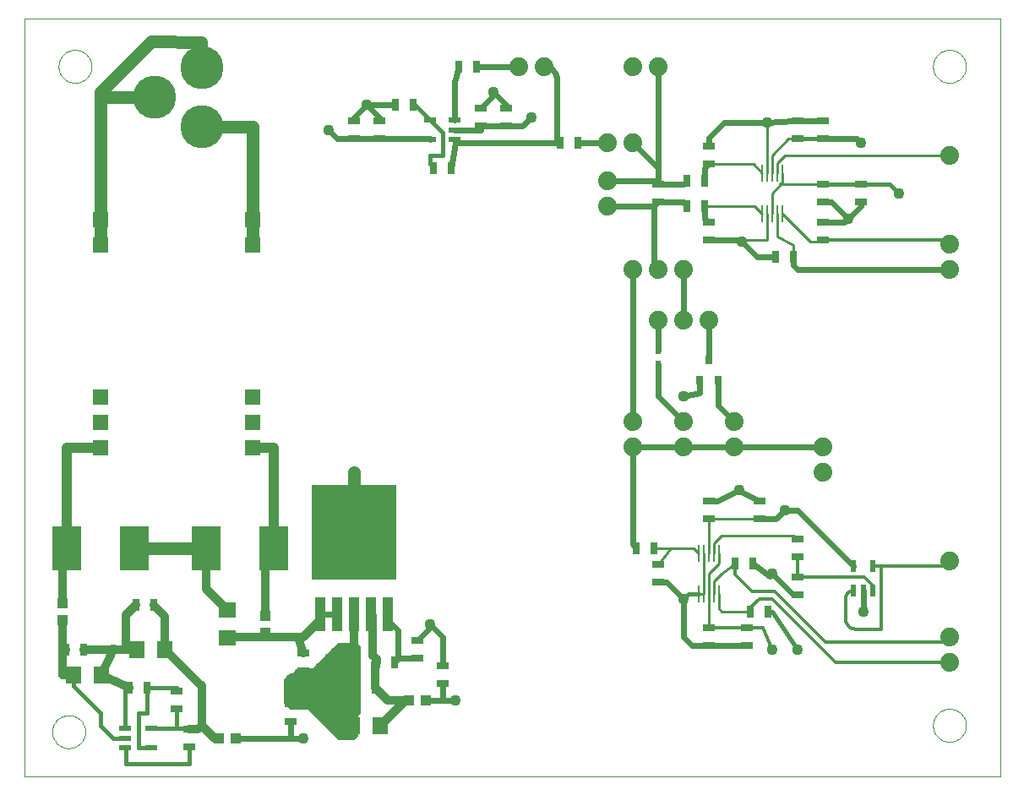
<source format=gtl>
G75*
%MOIN*%
%OFA0B0*%
%FSLAX24Y24*%
%IPPOS*%
%LPD*%
%AMOC8*
5,1,8,0,0,1.08239X$1,22.5*
%
%ADD10C,0.0000*%
%ADD11R,0.0500X0.0220*%
%ADD12R,0.0472X0.0315*%
%ADD13R,0.0315X0.0472*%
%ADD14R,0.0098X0.0700*%
%ADD15R,0.0220X0.0500*%
%ADD16R,0.0594X0.0594*%
%ADD17C,0.1700*%
%ADD18R,0.0472X0.0236*%
%ADD19R,0.3346X0.3780*%
%ADD20R,0.0394X0.1339*%
%ADD21R,0.0433X0.0394*%
%ADD22R,0.0709X0.0630*%
%ADD23R,0.0630X0.0709*%
%ADD24R,0.1161X0.1732*%
%ADD25R,0.0394X0.0433*%
%ADD26C,0.0740*%
%ADD27R,0.0197X0.0276*%
%ADD28R,0.0315X0.0354*%
%ADD29C,0.0500*%
%ADD30C,0.0240*%
%ADD31C,0.0320*%
%ADD32C,0.0436*%
%ADD33C,0.0100*%
%ADD34C,0.0160*%
%ADD35C,0.0120*%
%ADD36C,0.0400*%
D10*
X000100Y000100D02*
X000100Y029970D01*
X038592Y029970D01*
X038592Y000100D01*
X000100Y000100D01*
X001200Y001850D02*
X001202Y001900D01*
X001208Y001950D01*
X001218Y002000D01*
X001231Y002048D01*
X001248Y002096D01*
X001269Y002142D01*
X001293Y002186D01*
X001321Y002228D01*
X001352Y002268D01*
X001386Y002305D01*
X001423Y002340D01*
X001462Y002371D01*
X001503Y002400D01*
X001547Y002425D01*
X001593Y002447D01*
X001640Y002465D01*
X001688Y002479D01*
X001737Y002490D01*
X001787Y002497D01*
X001837Y002500D01*
X001888Y002499D01*
X001938Y002494D01*
X001988Y002485D01*
X002036Y002473D01*
X002084Y002456D01*
X002130Y002436D01*
X002175Y002413D01*
X002218Y002386D01*
X002258Y002356D01*
X002296Y002323D01*
X002331Y002287D01*
X002364Y002248D01*
X002393Y002207D01*
X002419Y002164D01*
X002442Y002119D01*
X002461Y002072D01*
X002476Y002024D01*
X002488Y001975D01*
X002496Y001925D01*
X002500Y001875D01*
X002500Y001825D01*
X002496Y001775D01*
X002488Y001725D01*
X002476Y001676D01*
X002461Y001628D01*
X002442Y001581D01*
X002419Y001536D01*
X002393Y001493D01*
X002364Y001452D01*
X002331Y001413D01*
X002296Y001377D01*
X002258Y001344D01*
X002218Y001314D01*
X002175Y001287D01*
X002130Y001264D01*
X002084Y001244D01*
X002036Y001227D01*
X001988Y001215D01*
X001938Y001206D01*
X001888Y001201D01*
X001837Y001200D01*
X001787Y001203D01*
X001737Y001210D01*
X001688Y001221D01*
X001640Y001235D01*
X001593Y001253D01*
X001547Y001275D01*
X001503Y001300D01*
X001462Y001329D01*
X001423Y001360D01*
X001386Y001395D01*
X001352Y001432D01*
X001321Y001472D01*
X001293Y001514D01*
X001269Y001558D01*
X001248Y001604D01*
X001231Y001652D01*
X001218Y001700D01*
X001208Y001750D01*
X001202Y001800D01*
X001200Y001850D01*
X001450Y028100D02*
X001452Y028150D01*
X001458Y028200D01*
X001468Y028250D01*
X001481Y028298D01*
X001498Y028346D01*
X001519Y028392D01*
X001543Y028436D01*
X001571Y028478D01*
X001602Y028518D01*
X001636Y028555D01*
X001673Y028590D01*
X001712Y028621D01*
X001753Y028650D01*
X001797Y028675D01*
X001843Y028697D01*
X001890Y028715D01*
X001938Y028729D01*
X001987Y028740D01*
X002037Y028747D01*
X002087Y028750D01*
X002138Y028749D01*
X002188Y028744D01*
X002238Y028735D01*
X002286Y028723D01*
X002334Y028706D01*
X002380Y028686D01*
X002425Y028663D01*
X002468Y028636D01*
X002508Y028606D01*
X002546Y028573D01*
X002581Y028537D01*
X002614Y028498D01*
X002643Y028457D01*
X002669Y028414D01*
X002692Y028369D01*
X002711Y028322D01*
X002726Y028274D01*
X002738Y028225D01*
X002746Y028175D01*
X002750Y028125D01*
X002750Y028075D01*
X002746Y028025D01*
X002738Y027975D01*
X002726Y027926D01*
X002711Y027878D01*
X002692Y027831D01*
X002669Y027786D01*
X002643Y027743D01*
X002614Y027702D01*
X002581Y027663D01*
X002546Y027627D01*
X002508Y027594D01*
X002468Y027564D01*
X002425Y027537D01*
X002380Y027514D01*
X002334Y027494D01*
X002286Y027477D01*
X002238Y027465D01*
X002188Y027456D01*
X002138Y027451D01*
X002087Y027450D01*
X002037Y027453D01*
X001987Y027460D01*
X001938Y027471D01*
X001890Y027485D01*
X001843Y027503D01*
X001797Y027525D01*
X001753Y027550D01*
X001712Y027579D01*
X001673Y027610D01*
X001636Y027645D01*
X001602Y027682D01*
X001571Y027722D01*
X001543Y027764D01*
X001519Y027808D01*
X001498Y027854D01*
X001481Y027902D01*
X001468Y027950D01*
X001458Y028000D01*
X001452Y028050D01*
X001450Y028100D01*
X035950Y028100D02*
X035952Y028150D01*
X035958Y028200D01*
X035968Y028250D01*
X035981Y028298D01*
X035998Y028346D01*
X036019Y028392D01*
X036043Y028436D01*
X036071Y028478D01*
X036102Y028518D01*
X036136Y028555D01*
X036173Y028590D01*
X036212Y028621D01*
X036253Y028650D01*
X036297Y028675D01*
X036343Y028697D01*
X036390Y028715D01*
X036438Y028729D01*
X036487Y028740D01*
X036537Y028747D01*
X036587Y028750D01*
X036638Y028749D01*
X036688Y028744D01*
X036738Y028735D01*
X036786Y028723D01*
X036834Y028706D01*
X036880Y028686D01*
X036925Y028663D01*
X036968Y028636D01*
X037008Y028606D01*
X037046Y028573D01*
X037081Y028537D01*
X037114Y028498D01*
X037143Y028457D01*
X037169Y028414D01*
X037192Y028369D01*
X037211Y028322D01*
X037226Y028274D01*
X037238Y028225D01*
X037246Y028175D01*
X037250Y028125D01*
X037250Y028075D01*
X037246Y028025D01*
X037238Y027975D01*
X037226Y027926D01*
X037211Y027878D01*
X037192Y027831D01*
X037169Y027786D01*
X037143Y027743D01*
X037114Y027702D01*
X037081Y027663D01*
X037046Y027627D01*
X037008Y027594D01*
X036968Y027564D01*
X036925Y027537D01*
X036880Y027514D01*
X036834Y027494D01*
X036786Y027477D01*
X036738Y027465D01*
X036688Y027456D01*
X036638Y027451D01*
X036587Y027450D01*
X036537Y027453D01*
X036487Y027460D01*
X036438Y027471D01*
X036390Y027485D01*
X036343Y027503D01*
X036297Y027525D01*
X036253Y027550D01*
X036212Y027579D01*
X036173Y027610D01*
X036136Y027645D01*
X036102Y027682D01*
X036071Y027722D01*
X036043Y027764D01*
X036019Y027808D01*
X035998Y027854D01*
X035981Y027902D01*
X035968Y027950D01*
X035958Y028000D01*
X035952Y028050D01*
X035950Y028100D01*
X035950Y002100D02*
X035952Y002150D01*
X035958Y002200D01*
X035968Y002250D01*
X035981Y002298D01*
X035998Y002346D01*
X036019Y002392D01*
X036043Y002436D01*
X036071Y002478D01*
X036102Y002518D01*
X036136Y002555D01*
X036173Y002590D01*
X036212Y002621D01*
X036253Y002650D01*
X036297Y002675D01*
X036343Y002697D01*
X036390Y002715D01*
X036438Y002729D01*
X036487Y002740D01*
X036537Y002747D01*
X036587Y002750D01*
X036638Y002749D01*
X036688Y002744D01*
X036738Y002735D01*
X036786Y002723D01*
X036834Y002706D01*
X036880Y002686D01*
X036925Y002663D01*
X036968Y002636D01*
X037008Y002606D01*
X037046Y002573D01*
X037081Y002537D01*
X037114Y002498D01*
X037143Y002457D01*
X037169Y002414D01*
X037192Y002369D01*
X037211Y002322D01*
X037226Y002274D01*
X037238Y002225D01*
X037246Y002175D01*
X037250Y002125D01*
X037250Y002075D01*
X037246Y002025D01*
X037238Y001975D01*
X037226Y001926D01*
X037211Y001878D01*
X037192Y001831D01*
X037169Y001786D01*
X037143Y001743D01*
X037114Y001702D01*
X037081Y001663D01*
X037046Y001627D01*
X037008Y001594D01*
X036968Y001564D01*
X036925Y001537D01*
X036880Y001514D01*
X036834Y001494D01*
X036786Y001477D01*
X036738Y001465D01*
X036688Y001456D01*
X036638Y001451D01*
X036587Y001450D01*
X036537Y001453D01*
X036487Y001460D01*
X036438Y001471D01*
X036390Y001485D01*
X036343Y001503D01*
X036297Y001525D01*
X036253Y001550D01*
X036212Y001579D01*
X036173Y001610D01*
X036136Y001645D01*
X036102Y001682D01*
X036071Y001722D01*
X036043Y001764D01*
X036019Y001808D01*
X035998Y001854D01*
X035981Y001902D01*
X035968Y001950D01*
X035958Y002000D01*
X035952Y002050D01*
X035950Y002100D01*
D11*
X017080Y025220D03*
X017080Y025600D03*
X017080Y025980D03*
X016120Y025980D03*
X016120Y025220D03*
D12*
X014100Y025246D03*
X014100Y025954D03*
X013100Y025954D03*
X013100Y025246D03*
X018100Y025746D03*
X018100Y026454D03*
X019100Y026454D03*
X019100Y025746D03*
X025100Y023454D03*
X025100Y022746D03*
X027100Y021954D03*
X027100Y021246D03*
X027100Y024246D03*
X027100Y024954D03*
X030600Y025246D03*
X031600Y025246D03*
X031600Y025954D03*
X030600Y025954D03*
X031600Y023454D03*
X031600Y022746D03*
X031600Y021954D03*
X031600Y021246D03*
X033100Y022746D03*
X033100Y023454D03*
X029100Y010954D03*
X029100Y010246D03*
X030600Y009454D03*
X030600Y008746D03*
X030600Y007954D03*
X030600Y007246D03*
X028600Y005954D03*
X028600Y005246D03*
X027100Y005246D03*
X027100Y005954D03*
X025100Y007746D03*
X025100Y008454D03*
X027100Y010246D03*
X027100Y010954D03*
X016600Y004454D03*
X015600Y004746D03*
X015600Y005454D03*
X016600Y003746D03*
X011100Y004246D03*
X011100Y004954D03*
X010600Y002954D03*
X010600Y002246D03*
X006600Y001954D03*
X006100Y002746D03*
X006100Y003454D03*
X006600Y001246D03*
D13*
X004954Y003600D03*
X004246Y003600D03*
X002454Y005100D03*
X001746Y005100D03*
X004496Y006850D03*
X005204Y006850D03*
X013246Y003600D03*
X013954Y003600D03*
X013996Y004600D03*
X014704Y004600D03*
X024246Y009100D03*
X024954Y009100D03*
X028146Y008500D03*
X028854Y008500D03*
X028746Y006600D03*
X029454Y006600D03*
X029746Y020600D03*
X030454Y020600D03*
X026954Y022600D03*
X026246Y022600D03*
X026246Y023600D03*
X026954Y023600D03*
X021954Y025100D03*
X021246Y025100D03*
X017954Y028100D03*
X017246Y028100D03*
X015454Y026600D03*
X014746Y026600D03*
X016246Y024100D03*
X016954Y024100D03*
D14*
X029210Y023900D03*
X029400Y023900D03*
X029600Y023900D03*
X029800Y023900D03*
X029990Y023900D03*
X029990Y022300D03*
X029800Y022300D03*
X029600Y022300D03*
X029400Y022300D03*
X029210Y022300D03*
X027490Y008900D03*
X027300Y008900D03*
X027100Y008900D03*
X026900Y008900D03*
X026710Y008900D03*
X026710Y007300D03*
X026900Y007300D03*
X027100Y007300D03*
X027300Y007300D03*
X027490Y007300D03*
D15*
X032820Y007420D03*
X033200Y007420D03*
X033580Y007420D03*
X033580Y008380D03*
X032820Y008380D03*
D16*
X009100Y013050D03*
X009100Y014050D03*
X009100Y015050D03*
X003100Y015050D03*
X003100Y014050D03*
X003100Y013050D03*
X003100Y021050D03*
X003100Y022050D03*
X009100Y022050D03*
X009100Y021050D03*
D17*
X007100Y025706D03*
X005250Y026887D03*
X007100Y028069D03*
D18*
X005114Y001974D03*
X005114Y001226D03*
X004086Y001226D03*
X004086Y001600D03*
X004086Y001974D03*
D19*
X013100Y009728D03*
D20*
X013100Y006500D03*
X012431Y006500D03*
X011761Y006500D03*
X013769Y006500D03*
X014439Y006500D03*
D21*
X015265Y003100D03*
X015935Y003100D03*
X008435Y001600D03*
X007765Y001600D03*
D22*
X008100Y005549D03*
X008100Y006651D03*
D23*
X005651Y005100D03*
X004549Y005100D03*
X003151Y004100D03*
X002049Y004100D03*
X013049Y002100D03*
X014151Y002100D03*
D24*
X009929Y009100D03*
X007271Y009100D03*
X004429Y009100D03*
X001771Y009100D03*
D25*
X001600Y006935D03*
X001600Y006265D03*
X009600Y006435D03*
X009600Y005765D03*
D26*
X024100Y013100D03*
X024100Y014100D03*
X026100Y014100D03*
X026100Y013100D03*
X028100Y013100D03*
X028100Y014100D03*
X031600Y013100D03*
X031600Y012100D03*
X036600Y008600D03*
X036600Y005600D03*
X036600Y004600D03*
X027100Y018100D03*
X026100Y018100D03*
X025100Y018100D03*
X025100Y020100D03*
X024100Y020100D03*
X026100Y020100D03*
X023100Y022600D03*
X023100Y023600D03*
X023100Y025100D03*
X024100Y025100D03*
X024100Y028100D03*
X025100Y028100D03*
X020600Y028100D03*
X019600Y028100D03*
X036600Y024600D03*
X036600Y021100D03*
X036600Y020100D03*
D27*
X025100Y016876D03*
X025100Y016364D03*
D28*
X026726Y015706D03*
X027474Y015706D03*
X027100Y016533D03*
D29*
X013100Y012100D02*
X013100Y009728D01*
X007271Y009100D02*
X005600Y009100D01*
X004600Y009100D01*
X003100Y021050D02*
X003100Y022050D01*
X003100Y027000D01*
X003213Y026887D01*
X005250Y026887D01*
X003100Y027000D02*
X003100Y027100D01*
X005100Y029100D01*
X007069Y029069D01*
X007100Y028069D01*
X007100Y025706D02*
X009100Y025706D01*
X009100Y022050D01*
X009100Y021050D01*
D30*
X012454Y025246D02*
X012100Y025600D01*
X012454Y025246D02*
X013100Y025246D01*
X014100Y025246D01*
X016094Y025246D01*
X016120Y025220D01*
X017080Y025220D02*
X017200Y025100D01*
X021100Y025100D01*
X021246Y025100D01*
X021100Y025100D02*
X021100Y027600D01*
X021098Y027644D01*
X021092Y027687D01*
X021083Y027729D01*
X021070Y027771D01*
X021053Y027811D01*
X021033Y027850D01*
X021010Y027887D01*
X020983Y027921D01*
X020954Y027954D01*
X020921Y027983D01*
X020887Y028010D01*
X020850Y028033D01*
X020811Y028053D01*
X020771Y028070D01*
X020729Y028083D01*
X020687Y028092D01*
X020644Y028098D01*
X020600Y028100D01*
X019600Y028100D02*
X017954Y028100D01*
X017246Y028100D02*
X017080Y027474D01*
X017080Y025980D01*
X017080Y025600D02*
X018100Y025600D01*
X018100Y025746D01*
X019100Y025746D01*
X019746Y025746D01*
X020100Y026100D01*
X019100Y026454D02*
X019100Y026600D01*
X018600Y027100D01*
X018600Y026954D01*
X018100Y026454D01*
X017200Y025100D02*
X017100Y025100D01*
X016954Y024100D01*
X014100Y025954D02*
X014100Y026100D01*
X013600Y026600D01*
X013100Y026100D01*
X013100Y025954D01*
X013600Y026600D02*
X014746Y026600D01*
X021954Y025100D02*
X023100Y025100D01*
X024100Y025100D02*
X025100Y024100D01*
X025100Y023454D01*
X026100Y023454D01*
X026246Y023600D01*
X026954Y023600D02*
X026954Y024100D01*
X027100Y024246D01*
X027100Y024954D02*
X027100Y025300D01*
X027700Y025900D01*
X029400Y025900D01*
X030454Y025954D01*
X030600Y025954D01*
X031600Y025954D01*
X031600Y025246D02*
X032954Y025246D01*
X033100Y025100D01*
X033100Y022746D02*
X033100Y022600D01*
X032600Y022100D01*
X032454Y021954D01*
X031600Y021954D01*
X031600Y022746D02*
X031954Y022746D01*
X032600Y022100D01*
X030454Y020600D02*
X030454Y020246D01*
X030600Y020100D01*
X036600Y020100D01*
X029746Y020600D02*
X029000Y020600D01*
X028400Y021200D01*
X028400Y021246D01*
X027100Y021246D01*
X027100Y021954D02*
X026954Y022100D01*
X026954Y022600D01*
X026246Y022600D02*
X026100Y022746D01*
X025100Y022746D01*
X024954Y022600D01*
X024954Y020246D01*
X025100Y020100D01*
X024100Y020100D02*
X024100Y014100D01*
X024100Y013100D02*
X024100Y009246D01*
X024246Y009100D01*
X025100Y007746D02*
X025454Y007746D01*
X026100Y007100D01*
X026100Y005600D01*
X026454Y005246D01*
X027100Y005246D01*
X028600Y005246D01*
X030454Y007246D02*
X029600Y008100D01*
X029500Y008000D01*
X028854Y008500D01*
X030454Y007246D02*
X030600Y007246D01*
X032820Y008380D02*
X030600Y010600D01*
X030100Y010600D01*
X029746Y010246D01*
X029100Y010246D01*
X029100Y010954D02*
X028454Y011300D01*
X028300Y011400D01*
X027454Y010954D01*
X027100Y010954D01*
X026100Y013100D02*
X028100Y013100D01*
X031600Y013100D01*
X028100Y014100D02*
X027474Y014726D01*
X027474Y015706D01*
X026726Y015706D02*
X026726Y015226D01*
X026100Y015100D01*
X025100Y015100D02*
X026100Y014100D01*
X026100Y013100D02*
X024100Y013100D01*
X025100Y015100D02*
X025100Y016364D01*
X025100Y016876D02*
X025100Y018100D01*
X026100Y018100D02*
X026100Y020100D01*
X027100Y018100D02*
X027100Y016533D01*
X024954Y022600D02*
X023100Y022600D01*
X023100Y023600D02*
X024954Y023600D01*
X025100Y023454D01*
X025100Y024100D02*
X025100Y028100D01*
X033200Y007420D02*
X033200Y006600D01*
X017100Y003100D02*
X016600Y003100D01*
X016600Y003746D01*
X016600Y003100D02*
X015935Y003100D01*
X016600Y004454D02*
X016600Y005600D01*
X016100Y006100D01*
X016100Y005954D01*
X015600Y005454D01*
X015600Y004746D02*
X014850Y004746D01*
X014850Y005850D01*
X014439Y006261D01*
X014439Y006500D01*
X014850Y004746D02*
X014704Y004600D01*
X012431Y006500D02*
X011761Y006500D01*
X010600Y002246D02*
X010600Y001600D01*
X011100Y001600D01*
X010600Y001600D02*
X008435Y001600D01*
D31*
X007765Y001600D02*
X007600Y001600D01*
X007100Y002100D01*
X006954Y001954D01*
X006600Y001954D01*
X007100Y002100D02*
X007100Y003651D01*
X005651Y005100D01*
X005651Y006403D01*
X005204Y006850D01*
X004496Y006850D02*
X004100Y006454D01*
X004100Y005100D01*
X003600Y005100D01*
X003151Y004100D01*
X004246Y003600D01*
X004100Y005100D02*
X004549Y005100D01*
X003600Y005100D02*
X002454Y005100D01*
X001746Y005100D02*
X001600Y005100D01*
X001600Y004100D01*
X002049Y004100D01*
X001600Y005100D02*
X001600Y006265D01*
X001600Y006935D02*
X001600Y009100D01*
X001771Y009100D01*
X004429Y009100D02*
X004600Y009100D01*
X004496Y008996D01*
X007271Y009100D02*
X007271Y007480D01*
X008100Y006651D01*
X008151Y005600D02*
X008100Y005549D01*
X008151Y005600D02*
X009600Y005600D01*
X011100Y005600D01*
X011761Y006261D01*
X011761Y006500D01*
X011100Y005600D02*
X010954Y005454D01*
X011100Y004954D01*
X012100Y004100D02*
X013100Y005100D01*
X013100Y006500D01*
X013769Y006500D02*
X013850Y006419D01*
X013850Y004850D01*
X013996Y004704D01*
X013996Y004600D01*
X013954Y004559D01*
X013954Y003600D01*
X014454Y003100D01*
X015265Y003100D01*
X015151Y003100D01*
X014151Y002100D01*
X012100Y004049D02*
X012100Y004100D01*
X009600Y005600D02*
X009600Y005765D01*
X009600Y006435D02*
X009600Y008771D01*
X009929Y009100D01*
D32*
X013100Y012100D03*
X016100Y006100D03*
X017100Y003100D03*
X012100Y004100D03*
X011100Y001600D03*
X003600Y005100D03*
X005600Y009100D03*
X012100Y025600D03*
X013600Y026600D03*
X018600Y027100D03*
X020100Y026100D03*
X028400Y021200D03*
X032600Y022100D03*
X034600Y023100D03*
X033100Y025100D03*
X029400Y025900D03*
X026100Y015100D03*
X028300Y011400D03*
X030100Y010600D03*
X029600Y008100D03*
X029600Y005100D03*
X030600Y005100D03*
X033200Y006600D03*
X026100Y007100D03*
D33*
X026710Y007300D02*
X026900Y007300D01*
X026900Y008900D01*
X026710Y008900D02*
X026510Y009100D01*
X025600Y009100D01*
X025100Y008454D01*
X024954Y009100D02*
X025600Y009100D01*
X027100Y008900D02*
X027100Y010246D01*
X029100Y010246D01*
X030454Y009600D02*
X030600Y009454D01*
X030454Y009600D02*
X027600Y009600D01*
X027300Y009300D01*
X027300Y008900D01*
X027490Y008900D02*
X027490Y008490D01*
X027100Y008100D01*
X027100Y007300D01*
X027100Y005954D01*
X027600Y006600D02*
X028746Y006600D01*
X027600Y006600D02*
X027490Y006710D01*
X027490Y007300D01*
X027300Y007300D02*
X027300Y007800D01*
X027600Y008100D01*
X028146Y008500D01*
X030454Y020600D02*
X030446Y021054D01*
X029800Y021400D01*
X029800Y022300D01*
X029990Y022300D02*
X030000Y022300D01*
X031100Y021200D01*
X031554Y021200D01*
X029600Y022300D02*
X029600Y023100D01*
X029954Y023454D01*
X029990Y023454D02*
X029990Y023900D01*
X029800Y023900D02*
X029800Y024300D01*
X030100Y024600D01*
X036600Y024600D01*
X031600Y023454D02*
X029990Y023454D01*
X029600Y023900D02*
X029600Y024600D01*
X030246Y025246D01*
X030600Y025246D01*
X029400Y025900D02*
X029400Y023900D01*
X029210Y023900D02*
X028864Y024246D01*
X027100Y024246D01*
X026954Y022600D02*
X028910Y022600D01*
X029210Y022300D01*
X029400Y022300D02*
X029400Y021246D01*
X028400Y021246D01*
D34*
X031600Y023454D02*
X033100Y023454D01*
X034246Y023454D01*
X034600Y023100D01*
X031600Y025246D02*
X030600Y025246D01*
X016600Y025500D02*
X016600Y024600D01*
X016100Y024600D01*
X016100Y024246D01*
X016246Y024100D01*
X016600Y025500D02*
X016120Y025980D01*
X015500Y026600D01*
X015454Y026600D01*
X026300Y007300D02*
X026100Y007100D01*
X026300Y007300D02*
X026710Y007300D01*
X029600Y006600D02*
X030600Y005100D01*
X006600Y001974D02*
X006600Y001954D01*
X006600Y001974D02*
X006100Y001974D01*
X006100Y002746D01*
X006100Y003454D02*
X006100Y003600D01*
X004954Y003600D01*
X004954Y002600D01*
X004600Y002600D01*
X004600Y001226D01*
X005114Y001226D01*
X005114Y001974D02*
X006100Y001974D01*
X006600Y001246D02*
X006600Y000600D01*
X004100Y000600D01*
X004100Y001226D01*
X004086Y001226D01*
X004086Y001600D02*
X003600Y001600D01*
X003100Y002100D01*
X003100Y002600D01*
X002049Y003651D01*
X002049Y004100D01*
X004086Y003640D02*
X004086Y001974D01*
D35*
X004246Y003600D02*
X004086Y003640D01*
X010400Y003655D02*
X013300Y003655D01*
X013300Y003537D02*
X010400Y003537D01*
X010400Y003418D02*
X013300Y003418D01*
X013300Y003300D02*
X010400Y003300D01*
X010400Y003181D02*
X013300Y003181D01*
X013300Y003063D02*
X010400Y003063D01*
X010400Y003000D02*
X010400Y003900D01*
X010600Y004100D01*
X010700Y004100D01*
X010900Y004300D01*
X011500Y004300D01*
X012500Y005300D01*
X013200Y005300D01*
X013300Y005200D01*
X013300Y002600D01*
X013200Y002500D01*
X013200Y001700D01*
X013100Y001600D01*
X012500Y001600D01*
X011300Y002800D01*
X010600Y002800D01*
X010400Y003000D01*
X010456Y002944D02*
X013300Y002944D01*
X013300Y002826D02*
X010574Y002826D01*
X011393Y002707D02*
X013300Y002707D01*
X013289Y002589D02*
X011511Y002589D01*
X011630Y002470D02*
X013200Y002470D01*
X013200Y002352D02*
X011748Y002352D01*
X011867Y002233D02*
X013200Y002233D01*
X013200Y002115D02*
X011985Y002115D01*
X012104Y001996D02*
X013200Y001996D01*
X013200Y001878D02*
X012222Y001878D01*
X012341Y001759D02*
X013200Y001759D01*
X013141Y001641D02*
X012459Y001641D01*
X013300Y003774D02*
X010400Y003774D01*
X010400Y003892D02*
X013300Y003892D01*
X013300Y004011D02*
X010511Y004011D01*
X010729Y004129D02*
X013300Y004129D01*
X013300Y004248D02*
X010848Y004248D01*
X011566Y004366D02*
X013300Y004366D01*
X013300Y004485D02*
X011685Y004485D01*
X011803Y004603D02*
X013300Y004603D01*
X013300Y004722D02*
X011922Y004722D01*
X012040Y004840D02*
X013300Y004840D01*
X013300Y004959D02*
X012159Y004959D01*
X012277Y005077D02*
X013300Y005077D01*
X013300Y005196D02*
X012396Y005196D01*
X027100Y005954D02*
X028600Y005954D01*
X029246Y005954D01*
X029600Y005100D01*
X029600Y006600D02*
X029454Y006600D01*
X029600Y007100D02*
X029100Y007100D01*
X028746Y006746D01*
X028746Y006600D01*
X029600Y007100D02*
X032100Y004600D01*
X036600Y004600D01*
X036400Y005400D02*
X036600Y005600D01*
X036400Y005400D02*
X031700Y005400D01*
X029700Y007400D01*
X028800Y007400D01*
X028146Y008054D01*
X028146Y008500D01*
X030600Y008746D02*
X030600Y007954D01*
X033246Y007954D01*
X033600Y007600D01*
X033600Y007440D01*
X033580Y007420D01*
X032820Y007420D02*
X032787Y007418D01*
X032753Y007413D01*
X032721Y007404D01*
X032690Y007392D01*
X032660Y007377D01*
X032632Y007359D01*
X032606Y007338D01*
X032582Y007314D01*
X032561Y007288D01*
X032543Y007260D01*
X032528Y007230D01*
X032516Y007199D01*
X032507Y007167D01*
X032502Y007133D01*
X032500Y007100D01*
X032500Y006300D01*
X032502Y006261D01*
X032508Y006222D01*
X032517Y006184D01*
X032530Y006147D01*
X032547Y006111D01*
X032567Y006078D01*
X032591Y006046D01*
X032617Y006017D01*
X032646Y005991D01*
X032678Y005967D01*
X032711Y005947D01*
X032747Y005930D01*
X032784Y005917D01*
X032822Y005908D01*
X032861Y005902D01*
X032900Y005900D01*
X033900Y005900D01*
X033900Y008400D01*
X036600Y008400D01*
X036600Y008600D01*
X033900Y008400D02*
X033580Y008400D01*
X033580Y008380D01*
X036600Y021100D02*
X036454Y021246D01*
X031600Y021246D01*
X031554Y021200D01*
X029990Y023454D02*
X029954Y023454D01*
D36*
X009929Y013050D02*
X009929Y009100D01*
X009929Y013050D02*
X009100Y013050D01*
X003100Y013050D02*
X001771Y013050D01*
X001771Y009100D01*
M02*

</source>
